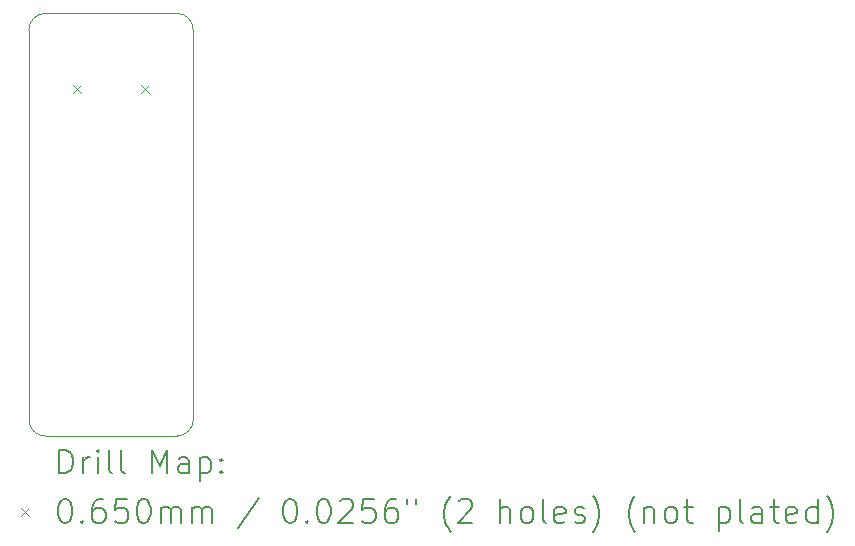
<source format=gbr>
%TF.GenerationSoftware,KiCad,Pcbnew,8.0.1*%
%TF.CreationDate,2024-08-06T23:31:21+08:00*%
%TF.ProjectId,ST-Link-V2.1,53542d4c-696e-46b2-9d56-322e312e6b69,rev?*%
%TF.SameCoordinates,Original*%
%TF.FileFunction,Drillmap*%
%TF.FilePolarity,Positive*%
%FSLAX45Y45*%
G04 Gerber Fmt 4.5, Leading zero omitted, Abs format (unit mm)*
G04 Created by KiCad (PCBNEW 8.0.1) date 2024-08-06 23:31:21*
%MOMM*%
%LPD*%
G01*
G04 APERTURE LIST*
%ADD10C,0.050000*%
%ADD11C,0.200000*%
%ADD12C,0.100000*%
G04 APERTURE END LIST*
D10*
X5350000Y-6890000D02*
X6461005Y-6890000D01*
X5210000Y-3450000D02*
X5210000Y-6750000D01*
X6461005Y-3310000D02*
X5350000Y-3310000D01*
X6601005Y-6750000D02*
X6601005Y-3450000D01*
X5350000Y-6890000D02*
G75*
G02*
X5210000Y-6750000I0J140000D01*
G01*
X5210000Y-3450000D02*
G75*
G02*
X5350000Y-3310000I140000J0D01*
G01*
X6461005Y-3310000D02*
G75*
G02*
X6601005Y-3450000I0J-140000D01*
G01*
X6601005Y-6750000D02*
G75*
G02*
X6461005Y-6890000I-140000J0D01*
G01*
D11*
D12*
X5585000Y-3919500D02*
X5650000Y-3984500D01*
X5650000Y-3919500D02*
X5585000Y-3984500D01*
X6163000Y-3919500D02*
X6228000Y-3984500D01*
X6228000Y-3919500D02*
X6163000Y-3984500D01*
D11*
X5468277Y-7203984D02*
X5468277Y-7003984D01*
X5468277Y-7003984D02*
X5515896Y-7003984D01*
X5515896Y-7003984D02*
X5544467Y-7013508D01*
X5544467Y-7013508D02*
X5563515Y-7032555D01*
X5563515Y-7032555D02*
X5573039Y-7051603D01*
X5573039Y-7051603D02*
X5582563Y-7089698D01*
X5582563Y-7089698D02*
X5582563Y-7118269D01*
X5582563Y-7118269D02*
X5573039Y-7156365D01*
X5573039Y-7156365D02*
X5563515Y-7175412D01*
X5563515Y-7175412D02*
X5544467Y-7194460D01*
X5544467Y-7194460D02*
X5515896Y-7203984D01*
X5515896Y-7203984D02*
X5468277Y-7203984D01*
X5668277Y-7203984D02*
X5668277Y-7070650D01*
X5668277Y-7108746D02*
X5677801Y-7089698D01*
X5677801Y-7089698D02*
X5687324Y-7080174D01*
X5687324Y-7080174D02*
X5706372Y-7070650D01*
X5706372Y-7070650D02*
X5725420Y-7070650D01*
X5792086Y-7203984D02*
X5792086Y-7070650D01*
X5792086Y-7003984D02*
X5782562Y-7013508D01*
X5782562Y-7013508D02*
X5792086Y-7023031D01*
X5792086Y-7023031D02*
X5801610Y-7013508D01*
X5801610Y-7013508D02*
X5792086Y-7003984D01*
X5792086Y-7003984D02*
X5792086Y-7023031D01*
X5915896Y-7203984D02*
X5896848Y-7194460D01*
X5896848Y-7194460D02*
X5887324Y-7175412D01*
X5887324Y-7175412D02*
X5887324Y-7003984D01*
X6020658Y-7203984D02*
X6001610Y-7194460D01*
X6001610Y-7194460D02*
X5992086Y-7175412D01*
X5992086Y-7175412D02*
X5992086Y-7003984D01*
X6249229Y-7203984D02*
X6249229Y-7003984D01*
X6249229Y-7003984D02*
X6315896Y-7146841D01*
X6315896Y-7146841D02*
X6382562Y-7003984D01*
X6382562Y-7003984D02*
X6382562Y-7203984D01*
X6563515Y-7203984D02*
X6563515Y-7099222D01*
X6563515Y-7099222D02*
X6553991Y-7080174D01*
X6553991Y-7080174D02*
X6534943Y-7070650D01*
X6534943Y-7070650D02*
X6496848Y-7070650D01*
X6496848Y-7070650D02*
X6477801Y-7080174D01*
X6563515Y-7194460D02*
X6544467Y-7203984D01*
X6544467Y-7203984D02*
X6496848Y-7203984D01*
X6496848Y-7203984D02*
X6477801Y-7194460D01*
X6477801Y-7194460D02*
X6468277Y-7175412D01*
X6468277Y-7175412D02*
X6468277Y-7156365D01*
X6468277Y-7156365D02*
X6477801Y-7137317D01*
X6477801Y-7137317D02*
X6496848Y-7127793D01*
X6496848Y-7127793D02*
X6544467Y-7127793D01*
X6544467Y-7127793D02*
X6563515Y-7118269D01*
X6658753Y-7070650D02*
X6658753Y-7270650D01*
X6658753Y-7080174D02*
X6677801Y-7070650D01*
X6677801Y-7070650D02*
X6715896Y-7070650D01*
X6715896Y-7070650D02*
X6734943Y-7080174D01*
X6734943Y-7080174D02*
X6744467Y-7089698D01*
X6744467Y-7089698D02*
X6753991Y-7108746D01*
X6753991Y-7108746D02*
X6753991Y-7165888D01*
X6753991Y-7165888D02*
X6744467Y-7184936D01*
X6744467Y-7184936D02*
X6734943Y-7194460D01*
X6734943Y-7194460D02*
X6715896Y-7203984D01*
X6715896Y-7203984D02*
X6677801Y-7203984D01*
X6677801Y-7203984D02*
X6658753Y-7194460D01*
X6839705Y-7184936D02*
X6849229Y-7194460D01*
X6849229Y-7194460D02*
X6839705Y-7203984D01*
X6839705Y-7203984D02*
X6830182Y-7194460D01*
X6830182Y-7194460D02*
X6839705Y-7184936D01*
X6839705Y-7184936D02*
X6839705Y-7203984D01*
X6839705Y-7080174D02*
X6849229Y-7089698D01*
X6849229Y-7089698D02*
X6839705Y-7099222D01*
X6839705Y-7099222D02*
X6830182Y-7089698D01*
X6830182Y-7089698D02*
X6839705Y-7080174D01*
X6839705Y-7080174D02*
X6839705Y-7099222D01*
D12*
X5142500Y-7500000D02*
X5207500Y-7565000D01*
X5207500Y-7500000D02*
X5142500Y-7565000D01*
D11*
X5506372Y-7423984D02*
X5525420Y-7423984D01*
X5525420Y-7423984D02*
X5544467Y-7433508D01*
X5544467Y-7433508D02*
X5553991Y-7443031D01*
X5553991Y-7443031D02*
X5563515Y-7462079D01*
X5563515Y-7462079D02*
X5573039Y-7500174D01*
X5573039Y-7500174D02*
X5573039Y-7547793D01*
X5573039Y-7547793D02*
X5563515Y-7585888D01*
X5563515Y-7585888D02*
X5553991Y-7604936D01*
X5553991Y-7604936D02*
X5544467Y-7614460D01*
X5544467Y-7614460D02*
X5525420Y-7623984D01*
X5525420Y-7623984D02*
X5506372Y-7623984D01*
X5506372Y-7623984D02*
X5487324Y-7614460D01*
X5487324Y-7614460D02*
X5477801Y-7604936D01*
X5477801Y-7604936D02*
X5468277Y-7585888D01*
X5468277Y-7585888D02*
X5458753Y-7547793D01*
X5458753Y-7547793D02*
X5458753Y-7500174D01*
X5458753Y-7500174D02*
X5468277Y-7462079D01*
X5468277Y-7462079D02*
X5477801Y-7443031D01*
X5477801Y-7443031D02*
X5487324Y-7433508D01*
X5487324Y-7433508D02*
X5506372Y-7423984D01*
X5658753Y-7604936D02*
X5668277Y-7614460D01*
X5668277Y-7614460D02*
X5658753Y-7623984D01*
X5658753Y-7623984D02*
X5649229Y-7614460D01*
X5649229Y-7614460D02*
X5658753Y-7604936D01*
X5658753Y-7604936D02*
X5658753Y-7623984D01*
X5839705Y-7423984D02*
X5801610Y-7423984D01*
X5801610Y-7423984D02*
X5782562Y-7433508D01*
X5782562Y-7433508D02*
X5773039Y-7443031D01*
X5773039Y-7443031D02*
X5753991Y-7471603D01*
X5753991Y-7471603D02*
X5744467Y-7509698D01*
X5744467Y-7509698D02*
X5744467Y-7585888D01*
X5744467Y-7585888D02*
X5753991Y-7604936D01*
X5753991Y-7604936D02*
X5763515Y-7614460D01*
X5763515Y-7614460D02*
X5782562Y-7623984D01*
X5782562Y-7623984D02*
X5820658Y-7623984D01*
X5820658Y-7623984D02*
X5839705Y-7614460D01*
X5839705Y-7614460D02*
X5849229Y-7604936D01*
X5849229Y-7604936D02*
X5858753Y-7585888D01*
X5858753Y-7585888D02*
X5858753Y-7538269D01*
X5858753Y-7538269D02*
X5849229Y-7519222D01*
X5849229Y-7519222D02*
X5839705Y-7509698D01*
X5839705Y-7509698D02*
X5820658Y-7500174D01*
X5820658Y-7500174D02*
X5782562Y-7500174D01*
X5782562Y-7500174D02*
X5763515Y-7509698D01*
X5763515Y-7509698D02*
X5753991Y-7519222D01*
X5753991Y-7519222D02*
X5744467Y-7538269D01*
X6039705Y-7423984D02*
X5944467Y-7423984D01*
X5944467Y-7423984D02*
X5934943Y-7519222D01*
X5934943Y-7519222D02*
X5944467Y-7509698D01*
X5944467Y-7509698D02*
X5963515Y-7500174D01*
X5963515Y-7500174D02*
X6011134Y-7500174D01*
X6011134Y-7500174D02*
X6030182Y-7509698D01*
X6030182Y-7509698D02*
X6039705Y-7519222D01*
X6039705Y-7519222D02*
X6049229Y-7538269D01*
X6049229Y-7538269D02*
X6049229Y-7585888D01*
X6049229Y-7585888D02*
X6039705Y-7604936D01*
X6039705Y-7604936D02*
X6030182Y-7614460D01*
X6030182Y-7614460D02*
X6011134Y-7623984D01*
X6011134Y-7623984D02*
X5963515Y-7623984D01*
X5963515Y-7623984D02*
X5944467Y-7614460D01*
X5944467Y-7614460D02*
X5934943Y-7604936D01*
X6173039Y-7423984D02*
X6192086Y-7423984D01*
X6192086Y-7423984D02*
X6211134Y-7433508D01*
X6211134Y-7433508D02*
X6220658Y-7443031D01*
X6220658Y-7443031D02*
X6230182Y-7462079D01*
X6230182Y-7462079D02*
X6239705Y-7500174D01*
X6239705Y-7500174D02*
X6239705Y-7547793D01*
X6239705Y-7547793D02*
X6230182Y-7585888D01*
X6230182Y-7585888D02*
X6220658Y-7604936D01*
X6220658Y-7604936D02*
X6211134Y-7614460D01*
X6211134Y-7614460D02*
X6192086Y-7623984D01*
X6192086Y-7623984D02*
X6173039Y-7623984D01*
X6173039Y-7623984D02*
X6153991Y-7614460D01*
X6153991Y-7614460D02*
X6144467Y-7604936D01*
X6144467Y-7604936D02*
X6134943Y-7585888D01*
X6134943Y-7585888D02*
X6125420Y-7547793D01*
X6125420Y-7547793D02*
X6125420Y-7500174D01*
X6125420Y-7500174D02*
X6134943Y-7462079D01*
X6134943Y-7462079D02*
X6144467Y-7443031D01*
X6144467Y-7443031D02*
X6153991Y-7433508D01*
X6153991Y-7433508D02*
X6173039Y-7423984D01*
X6325420Y-7623984D02*
X6325420Y-7490650D01*
X6325420Y-7509698D02*
X6334943Y-7500174D01*
X6334943Y-7500174D02*
X6353991Y-7490650D01*
X6353991Y-7490650D02*
X6382563Y-7490650D01*
X6382563Y-7490650D02*
X6401610Y-7500174D01*
X6401610Y-7500174D02*
X6411134Y-7519222D01*
X6411134Y-7519222D02*
X6411134Y-7623984D01*
X6411134Y-7519222D02*
X6420658Y-7500174D01*
X6420658Y-7500174D02*
X6439705Y-7490650D01*
X6439705Y-7490650D02*
X6468277Y-7490650D01*
X6468277Y-7490650D02*
X6487324Y-7500174D01*
X6487324Y-7500174D02*
X6496848Y-7519222D01*
X6496848Y-7519222D02*
X6496848Y-7623984D01*
X6592086Y-7623984D02*
X6592086Y-7490650D01*
X6592086Y-7509698D02*
X6601610Y-7500174D01*
X6601610Y-7500174D02*
X6620658Y-7490650D01*
X6620658Y-7490650D02*
X6649229Y-7490650D01*
X6649229Y-7490650D02*
X6668277Y-7500174D01*
X6668277Y-7500174D02*
X6677801Y-7519222D01*
X6677801Y-7519222D02*
X6677801Y-7623984D01*
X6677801Y-7519222D02*
X6687324Y-7500174D01*
X6687324Y-7500174D02*
X6706372Y-7490650D01*
X6706372Y-7490650D02*
X6734943Y-7490650D01*
X6734943Y-7490650D02*
X6753991Y-7500174D01*
X6753991Y-7500174D02*
X6763515Y-7519222D01*
X6763515Y-7519222D02*
X6763515Y-7623984D01*
X7153991Y-7414460D02*
X6982563Y-7671603D01*
X7411134Y-7423984D02*
X7430182Y-7423984D01*
X7430182Y-7423984D02*
X7449229Y-7433508D01*
X7449229Y-7433508D02*
X7458753Y-7443031D01*
X7458753Y-7443031D02*
X7468277Y-7462079D01*
X7468277Y-7462079D02*
X7477801Y-7500174D01*
X7477801Y-7500174D02*
X7477801Y-7547793D01*
X7477801Y-7547793D02*
X7468277Y-7585888D01*
X7468277Y-7585888D02*
X7458753Y-7604936D01*
X7458753Y-7604936D02*
X7449229Y-7614460D01*
X7449229Y-7614460D02*
X7430182Y-7623984D01*
X7430182Y-7623984D02*
X7411134Y-7623984D01*
X7411134Y-7623984D02*
X7392086Y-7614460D01*
X7392086Y-7614460D02*
X7382563Y-7604936D01*
X7382563Y-7604936D02*
X7373039Y-7585888D01*
X7373039Y-7585888D02*
X7363515Y-7547793D01*
X7363515Y-7547793D02*
X7363515Y-7500174D01*
X7363515Y-7500174D02*
X7373039Y-7462079D01*
X7373039Y-7462079D02*
X7382563Y-7443031D01*
X7382563Y-7443031D02*
X7392086Y-7433508D01*
X7392086Y-7433508D02*
X7411134Y-7423984D01*
X7563515Y-7604936D02*
X7573039Y-7614460D01*
X7573039Y-7614460D02*
X7563515Y-7623984D01*
X7563515Y-7623984D02*
X7553991Y-7614460D01*
X7553991Y-7614460D02*
X7563515Y-7604936D01*
X7563515Y-7604936D02*
X7563515Y-7623984D01*
X7696848Y-7423984D02*
X7715896Y-7423984D01*
X7715896Y-7423984D02*
X7734944Y-7433508D01*
X7734944Y-7433508D02*
X7744467Y-7443031D01*
X7744467Y-7443031D02*
X7753991Y-7462079D01*
X7753991Y-7462079D02*
X7763515Y-7500174D01*
X7763515Y-7500174D02*
X7763515Y-7547793D01*
X7763515Y-7547793D02*
X7753991Y-7585888D01*
X7753991Y-7585888D02*
X7744467Y-7604936D01*
X7744467Y-7604936D02*
X7734944Y-7614460D01*
X7734944Y-7614460D02*
X7715896Y-7623984D01*
X7715896Y-7623984D02*
X7696848Y-7623984D01*
X7696848Y-7623984D02*
X7677801Y-7614460D01*
X7677801Y-7614460D02*
X7668277Y-7604936D01*
X7668277Y-7604936D02*
X7658753Y-7585888D01*
X7658753Y-7585888D02*
X7649229Y-7547793D01*
X7649229Y-7547793D02*
X7649229Y-7500174D01*
X7649229Y-7500174D02*
X7658753Y-7462079D01*
X7658753Y-7462079D02*
X7668277Y-7443031D01*
X7668277Y-7443031D02*
X7677801Y-7433508D01*
X7677801Y-7433508D02*
X7696848Y-7423984D01*
X7839706Y-7443031D02*
X7849229Y-7433508D01*
X7849229Y-7433508D02*
X7868277Y-7423984D01*
X7868277Y-7423984D02*
X7915896Y-7423984D01*
X7915896Y-7423984D02*
X7934944Y-7433508D01*
X7934944Y-7433508D02*
X7944467Y-7443031D01*
X7944467Y-7443031D02*
X7953991Y-7462079D01*
X7953991Y-7462079D02*
X7953991Y-7481127D01*
X7953991Y-7481127D02*
X7944467Y-7509698D01*
X7944467Y-7509698D02*
X7830182Y-7623984D01*
X7830182Y-7623984D02*
X7953991Y-7623984D01*
X8134944Y-7423984D02*
X8039706Y-7423984D01*
X8039706Y-7423984D02*
X8030182Y-7519222D01*
X8030182Y-7519222D02*
X8039706Y-7509698D01*
X8039706Y-7509698D02*
X8058753Y-7500174D01*
X8058753Y-7500174D02*
X8106372Y-7500174D01*
X8106372Y-7500174D02*
X8125420Y-7509698D01*
X8125420Y-7509698D02*
X8134944Y-7519222D01*
X8134944Y-7519222D02*
X8144467Y-7538269D01*
X8144467Y-7538269D02*
X8144467Y-7585888D01*
X8144467Y-7585888D02*
X8134944Y-7604936D01*
X8134944Y-7604936D02*
X8125420Y-7614460D01*
X8125420Y-7614460D02*
X8106372Y-7623984D01*
X8106372Y-7623984D02*
X8058753Y-7623984D01*
X8058753Y-7623984D02*
X8039706Y-7614460D01*
X8039706Y-7614460D02*
X8030182Y-7604936D01*
X8315896Y-7423984D02*
X8277801Y-7423984D01*
X8277801Y-7423984D02*
X8258753Y-7433508D01*
X8258753Y-7433508D02*
X8249229Y-7443031D01*
X8249229Y-7443031D02*
X8230182Y-7471603D01*
X8230182Y-7471603D02*
X8220658Y-7509698D01*
X8220658Y-7509698D02*
X8220658Y-7585888D01*
X8220658Y-7585888D02*
X8230182Y-7604936D01*
X8230182Y-7604936D02*
X8239706Y-7614460D01*
X8239706Y-7614460D02*
X8258753Y-7623984D01*
X8258753Y-7623984D02*
X8296848Y-7623984D01*
X8296848Y-7623984D02*
X8315896Y-7614460D01*
X8315896Y-7614460D02*
X8325420Y-7604936D01*
X8325420Y-7604936D02*
X8334944Y-7585888D01*
X8334944Y-7585888D02*
X8334944Y-7538269D01*
X8334944Y-7538269D02*
X8325420Y-7519222D01*
X8325420Y-7519222D02*
X8315896Y-7509698D01*
X8315896Y-7509698D02*
X8296848Y-7500174D01*
X8296848Y-7500174D02*
X8258753Y-7500174D01*
X8258753Y-7500174D02*
X8239706Y-7509698D01*
X8239706Y-7509698D02*
X8230182Y-7519222D01*
X8230182Y-7519222D02*
X8220658Y-7538269D01*
X8411134Y-7423984D02*
X8411134Y-7462079D01*
X8487325Y-7423984D02*
X8487325Y-7462079D01*
X8782563Y-7700174D02*
X8773039Y-7690650D01*
X8773039Y-7690650D02*
X8753991Y-7662079D01*
X8753991Y-7662079D02*
X8744468Y-7643031D01*
X8744468Y-7643031D02*
X8734944Y-7614460D01*
X8734944Y-7614460D02*
X8725420Y-7566841D01*
X8725420Y-7566841D02*
X8725420Y-7528746D01*
X8725420Y-7528746D02*
X8734944Y-7481127D01*
X8734944Y-7481127D02*
X8744468Y-7452555D01*
X8744468Y-7452555D02*
X8753991Y-7433508D01*
X8753991Y-7433508D02*
X8773039Y-7404936D01*
X8773039Y-7404936D02*
X8782563Y-7395412D01*
X8849230Y-7443031D02*
X8858753Y-7433508D01*
X8858753Y-7433508D02*
X8877801Y-7423984D01*
X8877801Y-7423984D02*
X8925420Y-7423984D01*
X8925420Y-7423984D02*
X8944468Y-7433508D01*
X8944468Y-7433508D02*
X8953991Y-7443031D01*
X8953991Y-7443031D02*
X8963515Y-7462079D01*
X8963515Y-7462079D02*
X8963515Y-7481127D01*
X8963515Y-7481127D02*
X8953991Y-7509698D01*
X8953991Y-7509698D02*
X8839706Y-7623984D01*
X8839706Y-7623984D02*
X8963515Y-7623984D01*
X9201611Y-7623984D02*
X9201611Y-7423984D01*
X9287325Y-7623984D02*
X9287325Y-7519222D01*
X9287325Y-7519222D02*
X9277801Y-7500174D01*
X9277801Y-7500174D02*
X9258753Y-7490650D01*
X9258753Y-7490650D02*
X9230182Y-7490650D01*
X9230182Y-7490650D02*
X9211134Y-7500174D01*
X9211134Y-7500174D02*
X9201611Y-7509698D01*
X9411134Y-7623984D02*
X9392087Y-7614460D01*
X9392087Y-7614460D02*
X9382563Y-7604936D01*
X9382563Y-7604936D02*
X9373039Y-7585888D01*
X9373039Y-7585888D02*
X9373039Y-7528746D01*
X9373039Y-7528746D02*
X9382563Y-7509698D01*
X9382563Y-7509698D02*
X9392087Y-7500174D01*
X9392087Y-7500174D02*
X9411134Y-7490650D01*
X9411134Y-7490650D02*
X9439706Y-7490650D01*
X9439706Y-7490650D02*
X9458753Y-7500174D01*
X9458753Y-7500174D02*
X9468277Y-7509698D01*
X9468277Y-7509698D02*
X9477801Y-7528746D01*
X9477801Y-7528746D02*
X9477801Y-7585888D01*
X9477801Y-7585888D02*
X9468277Y-7604936D01*
X9468277Y-7604936D02*
X9458753Y-7614460D01*
X9458753Y-7614460D02*
X9439706Y-7623984D01*
X9439706Y-7623984D02*
X9411134Y-7623984D01*
X9592087Y-7623984D02*
X9573039Y-7614460D01*
X9573039Y-7614460D02*
X9563515Y-7595412D01*
X9563515Y-7595412D02*
X9563515Y-7423984D01*
X9744468Y-7614460D02*
X9725420Y-7623984D01*
X9725420Y-7623984D02*
X9687325Y-7623984D01*
X9687325Y-7623984D02*
X9668277Y-7614460D01*
X9668277Y-7614460D02*
X9658753Y-7595412D01*
X9658753Y-7595412D02*
X9658753Y-7519222D01*
X9658753Y-7519222D02*
X9668277Y-7500174D01*
X9668277Y-7500174D02*
X9687325Y-7490650D01*
X9687325Y-7490650D02*
X9725420Y-7490650D01*
X9725420Y-7490650D02*
X9744468Y-7500174D01*
X9744468Y-7500174D02*
X9753992Y-7519222D01*
X9753992Y-7519222D02*
X9753992Y-7538269D01*
X9753992Y-7538269D02*
X9658753Y-7557317D01*
X9830182Y-7614460D02*
X9849230Y-7623984D01*
X9849230Y-7623984D02*
X9887325Y-7623984D01*
X9887325Y-7623984D02*
X9906373Y-7614460D01*
X9906373Y-7614460D02*
X9915896Y-7595412D01*
X9915896Y-7595412D02*
X9915896Y-7585888D01*
X9915896Y-7585888D02*
X9906373Y-7566841D01*
X9906373Y-7566841D02*
X9887325Y-7557317D01*
X9887325Y-7557317D02*
X9858753Y-7557317D01*
X9858753Y-7557317D02*
X9839706Y-7547793D01*
X9839706Y-7547793D02*
X9830182Y-7528746D01*
X9830182Y-7528746D02*
X9830182Y-7519222D01*
X9830182Y-7519222D02*
X9839706Y-7500174D01*
X9839706Y-7500174D02*
X9858753Y-7490650D01*
X9858753Y-7490650D02*
X9887325Y-7490650D01*
X9887325Y-7490650D02*
X9906373Y-7500174D01*
X9982563Y-7700174D02*
X9992087Y-7690650D01*
X9992087Y-7690650D02*
X10011134Y-7662079D01*
X10011134Y-7662079D02*
X10020658Y-7643031D01*
X10020658Y-7643031D02*
X10030182Y-7614460D01*
X10030182Y-7614460D02*
X10039706Y-7566841D01*
X10039706Y-7566841D02*
X10039706Y-7528746D01*
X10039706Y-7528746D02*
X10030182Y-7481127D01*
X10030182Y-7481127D02*
X10020658Y-7452555D01*
X10020658Y-7452555D02*
X10011134Y-7433508D01*
X10011134Y-7433508D02*
X9992087Y-7404936D01*
X9992087Y-7404936D02*
X9982563Y-7395412D01*
X10344468Y-7700174D02*
X10334944Y-7690650D01*
X10334944Y-7690650D02*
X10315896Y-7662079D01*
X10315896Y-7662079D02*
X10306373Y-7643031D01*
X10306373Y-7643031D02*
X10296849Y-7614460D01*
X10296849Y-7614460D02*
X10287325Y-7566841D01*
X10287325Y-7566841D02*
X10287325Y-7528746D01*
X10287325Y-7528746D02*
X10296849Y-7481127D01*
X10296849Y-7481127D02*
X10306373Y-7452555D01*
X10306373Y-7452555D02*
X10315896Y-7433508D01*
X10315896Y-7433508D02*
X10334944Y-7404936D01*
X10334944Y-7404936D02*
X10344468Y-7395412D01*
X10420658Y-7490650D02*
X10420658Y-7623984D01*
X10420658Y-7509698D02*
X10430182Y-7500174D01*
X10430182Y-7500174D02*
X10449230Y-7490650D01*
X10449230Y-7490650D02*
X10477801Y-7490650D01*
X10477801Y-7490650D02*
X10496849Y-7500174D01*
X10496849Y-7500174D02*
X10506373Y-7519222D01*
X10506373Y-7519222D02*
X10506373Y-7623984D01*
X10630182Y-7623984D02*
X10611134Y-7614460D01*
X10611134Y-7614460D02*
X10601611Y-7604936D01*
X10601611Y-7604936D02*
X10592087Y-7585888D01*
X10592087Y-7585888D02*
X10592087Y-7528746D01*
X10592087Y-7528746D02*
X10601611Y-7509698D01*
X10601611Y-7509698D02*
X10611134Y-7500174D01*
X10611134Y-7500174D02*
X10630182Y-7490650D01*
X10630182Y-7490650D02*
X10658754Y-7490650D01*
X10658754Y-7490650D02*
X10677801Y-7500174D01*
X10677801Y-7500174D02*
X10687325Y-7509698D01*
X10687325Y-7509698D02*
X10696849Y-7528746D01*
X10696849Y-7528746D02*
X10696849Y-7585888D01*
X10696849Y-7585888D02*
X10687325Y-7604936D01*
X10687325Y-7604936D02*
X10677801Y-7614460D01*
X10677801Y-7614460D02*
X10658754Y-7623984D01*
X10658754Y-7623984D02*
X10630182Y-7623984D01*
X10753992Y-7490650D02*
X10830182Y-7490650D01*
X10782563Y-7423984D02*
X10782563Y-7595412D01*
X10782563Y-7595412D02*
X10792087Y-7614460D01*
X10792087Y-7614460D02*
X10811134Y-7623984D01*
X10811134Y-7623984D02*
X10830182Y-7623984D01*
X11049230Y-7490650D02*
X11049230Y-7690650D01*
X11049230Y-7500174D02*
X11068277Y-7490650D01*
X11068277Y-7490650D02*
X11106373Y-7490650D01*
X11106373Y-7490650D02*
X11125420Y-7500174D01*
X11125420Y-7500174D02*
X11134944Y-7509698D01*
X11134944Y-7509698D02*
X11144468Y-7528746D01*
X11144468Y-7528746D02*
X11144468Y-7585888D01*
X11144468Y-7585888D02*
X11134944Y-7604936D01*
X11134944Y-7604936D02*
X11125420Y-7614460D01*
X11125420Y-7614460D02*
X11106373Y-7623984D01*
X11106373Y-7623984D02*
X11068277Y-7623984D01*
X11068277Y-7623984D02*
X11049230Y-7614460D01*
X11258753Y-7623984D02*
X11239706Y-7614460D01*
X11239706Y-7614460D02*
X11230182Y-7595412D01*
X11230182Y-7595412D02*
X11230182Y-7423984D01*
X11420658Y-7623984D02*
X11420658Y-7519222D01*
X11420658Y-7519222D02*
X11411134Y-7500174D01*
X11411134Y-7500174D02*
X11392087Y-7490650D01*
X11392087Y-7490650D02*
X11353992Y-7490650D01*
X11353992Y-7490650D02*
X11334944Y-7500174D01*
X11420658Y-7614460D02*
X11401611Y-7623984D01*
X11401611Y-7623984D02*
X11353992Y-7623984D01*
X11353992Y-7623984D02*
X11334944Y-7614460D01*
X11334944Y-7614460D02*
X11325420Y-7595412D01*
X11325420Y-7595412D02*
X11325420Y-7576365D01*
X11325420Y-7576365D02*
X11334944Y-7557317D01*
X11334944Y-7557317D02*
X11353992Y-7547793D01*
X11353992Y-7547793D02*
X11401611Y-7547793D01*
X11401611Y-7547793D02*
X11420658Y-7538269D01*
X11487325Y-7490650D02*
X11563515Y-7490650D01*
X11515896Y-7423984D02*
X11515896Y-7595412D01*
X11515896Y-7595412D02*
X11525420Y-7614460D01*
X11525420Y-7614460D02*
X11544468Y-7623984D01*
X11544468Y-7623984D02*
X11563515Y-7623984D01*
X11706373Y-7614460D02*
X11687325Y-7623984D01*
X11687325Y-7623984D02*
X11649230Y-7623984D01*
X11649230Y-7623984D02*
X11630182Y-7614460D01*
X11630182Y-7614460D02*
X11620658Y-7595412D01*
X11620658Y-7595412D02*
X11620658Y-7519222D01*
X11620658Y-7519222D02*
X11630182Y-7500174D01*
X11630182Y-7500174D02*
X11649230Y-7490650D01*
X11649230Y-7490650D02*
X11687325Y-7490650D01*
X11687325Y-7490650D02*
X11706373Y-7500174D01*
X11706373Y-7500174D02*
X11715896Y-7519222D01*
X11715896Y-7519222D02*
X11715896Y-7538269D01*
X11715896Y-7538269D02*
X11620658Y-7557317D01*
X11887325Y-7623984D02*
X11887325Y-7423984D01*
X11887325Y-7614460D02*
X11868277Y-7623984D01*
X11868277Y-7623984D02*
X11830182Y-7623984D01*
X11830182Y-7623984D02*
X11811134Y-7614460D01*
X11811134Y-7614460D02*
X11801611Y-7604936D01*
X11801611Y-7604936D02*
X11792087Y-7585888D01*
X11792087Y-7585888D02*
X11792087Y-7528746D01*
X11792087Y-7528746D02*
X11801611Y-7509698D01*
X11801611Y-7509698D02*
X11811134Y-7500174D01*
X11811134Y-7500174D02*
X11830182Y-7490650D01*
X11830182Y-7490650D02*
X11868277Y-7490650D01*
X11868277Y-7490650D02*
X11887325Y-7500174D01*
X11963515Y-7700174D02*
X11973039Y-7690650D01*
X11973039Y-7690650D02*
X11992087Y-7662079D01*
X11992087Y-7662079D02*
X12001611Y-7643031D01*
X12001611Y-7643031D02*
X12011134Y-7614460D01*
X12011134Y-7614460D02*
X12020658Y-7566841D01*
X12020658Y-7566841D02*
X12020658Y-7528746D01*
X12020658Y-7528746D02*
X12011134Y-7481127D01*
X12011134Y-7481127D02*
X12001611Y-7452555D01*
X12001611Y-7452555D02*
X11992087Y-7433508D01*
X11992087Y-7433508D02*
X11973039Y-7404936D01*
X11973039Y-7404936D02*
X11963515Y-7395412D01*
M02*

</source>
